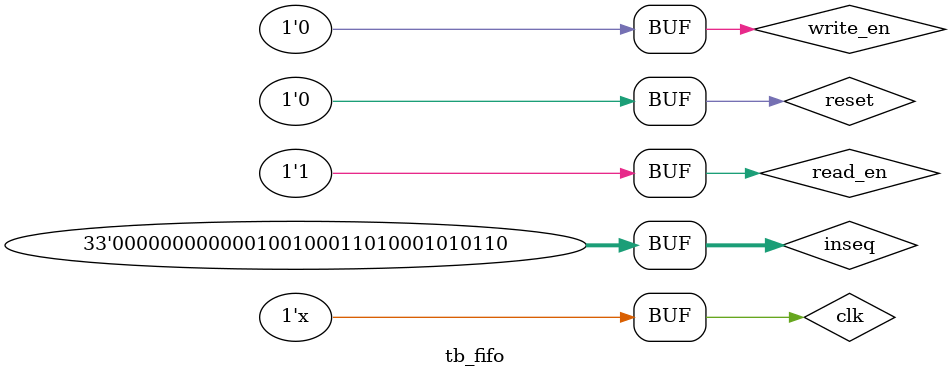
<source format=v>
module tb_fifo();

parameter DATA_WIDTH = 4 ;
parameter ADDRESS_WIDTH = 4 ;


reg [DATA_WIDTH-1:0] fifo_in;
wire empty;
wire full;
reg write_en;
reg read_en;
reg reset;
wire [DATA_WIDTH-1:0] fifo_out;
reg clk;
reg [32:0] inseq;
integer i;
fifo_top f(
.clk(clk),
.reset(reset),
.empty(empty),
.full(full),
.write_en(write_en),
.read_en(read_en),
.fifo_in(fifo_in),
.fifo_out(fifo_out)
);


always #10 clk=~clk;

initial begin

clk <=0;
reset <= 1;
fifo_in<=0;
write_en <=1;

end

initial begin

#60 reset <= 0;
read_en<=0;
inseq <= 32'h123456;
i<=0;
#160 write_en <=0;
#160 read_en<=1;
end
always@(posedge clk)begin
fifo_in<= inseq>>i;
i<=i+1;
end
endmodule
</source>
